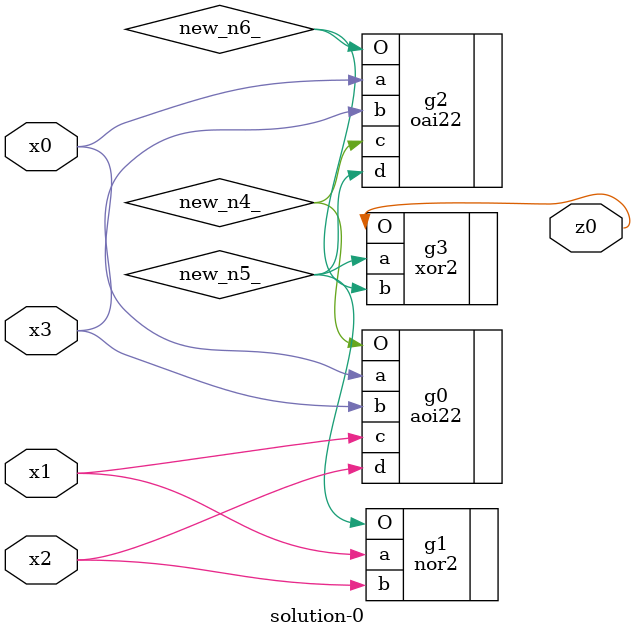
<source format=v>
module \solution-0 (
  x0, x1, x2, x3,
  z0 );
  input x0, x1, x2, x3;
  output z0;
  wire new_n4_, new_n5_, new_n6_;
  aoi22  g0(.a(x0), .b(x3), .c(x1), .d(x2), .O(new_n4_));
  nor2  g1(.a(x1), .b(x2), .O(new_n5_));
  oai22  g2(.a(x0), .b(x3), .c(new_n4_), .d(new_n5_), .O(new_n6_));
  xor2  g3(.a(new_n5_), .b(new_n6_), .O(z0));
endmodule

</source>
